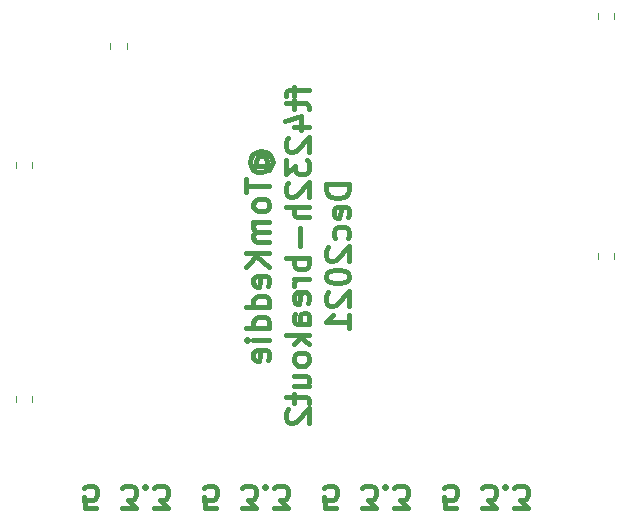
<source format=gbr>
G04 #@! TF.GenerationSoftware,KiCad,Pcbnew,5.1.12-84ad8e8a86~92~ubuntu20.04.1*
G04 #@! TF.CreationDate,2021-12-19T18:17:29-08:00*
G04 #@! TF.ProjectId,ft4232h-breakout,66743432-3332-4682-9d62-7265616b6f75,Jun2021b*
G04 #@! TF.SameCoordinates,Original*
G04 #@! TF.FileFunction,Legend,Bot*
G04 #@! TF.FilePolarity,Positive*
%FSLAX46Y46*%
G04 Gerber Fmt 4.6, Leading zero omitted, Abs format (unit mm)*
G04 Created by KiCad (PCBNEW 5.1.12-84ad8e8a86~92~ubuntu20.04.1) date 2021-12-19 18:17:29*
%MOMM*%
%LPD*%
G01*
G04 APERTURE LIST*
%ADD10C,0.400000*%
%ADD11C,0.120000*%
G04 APERTURE END LIST*
D10*
X94977380Y-99108571D02*
X94882142Y-99013333D01*
X94786904Y-98822857D01*
X94786904Y-98632380D01*
X94882142Y-98441904D01*
X94977380Y-98346666D01*
X95167857Y-98251428D01*
X95358333Y-98251428D01*
X95548809Y-98346666D01*
X95644047Y-98441904D01*
X95739285Y-98632380D01*
X95739285Y-98822857D01*
X95644047Y-99013333D01*
X95548809Y-99108571D01*
X94786904Y-99108571D02*
X95548809Y-99108571D01*
X95644047Y-99203809D01*
X95644047Y-99299047D01*
X95548809Y-99489523D01*
X95358333Y-99584761D01*
X94882142Y-99584761D01*
X94596428Y-99394285D01*
X94405952Y-99108571D01*
X94310714Y-98727619D01*
X94405952Y-98346666D01*
X94596428Y-98060952D01*
X94882142Y-97870476D01*
X95263095Y-97775238D01*
X95644047Y-97870476D01*
X95929761Y-98060952D01*
X96120238Y-98346666D01*
X96215476Y-98727619D01*
X96120238Y-99108571D01*
X95929761Y-99394285D01*
X93929761Y-100156190D02*
X93929761Y-101299047D01*
X95929761Y-100727619D02*
X93929761Y-100727619D01*
X95929761Y-102251428D02*
X95834523Y-102060952D01*
X95739285Y-101965714D01*
X95548809Y-101870476D01*
X94977380Y-101870476D01*
X94786904Y-101965714D01*
X94691666Y-102060952D01*
X94596428Y-102251428D01*
X94596428Y-102537142D01*
X94691666Y-102727619D01*
X94786904Y-102822857D01*
X94977380Y-102918095D01*
X95548809Y-102918095D01*
X95739285Y-102822857D01*
X95834523Y-102727619D01*
X95929761Y-102537142D01*
X95929761Y-102251428D01*
X95929761Y-103775238D02*
X94596428Y-103775238D01*
X94786904Y-103775238D02*
X94691666Y-103870476D01*
X94596428Y-104060952D01*
X94596428Y-104346666D01*
X94691666Y-104537142D01*
X94882142Y-104632380D01*
X95929761Y-104632380D01*
X94882142Y-104632380D02*
X94691666Y-104727619D01*
X94596428Y-104918095D01*
X94596428Y-105203809D01*
X94691666Y-105394285D01*
X94882142Y-105489523D01*
X95929761Y-105489523D01*
X95929761Y-106441904D02*
X93929761Y-106441904D01*
X95929761Y-107584761D02*
X94786904Y-106727619D01*
X93929761Y-107584761D02*
X95072619Y-106441904D01*
X95834523Y-109203809D02*
X95929761Y-109013333D01*
X95929761Y-108632380D01*
X95834523Y-108441904D01*
X95644047Y-108346666D01*
X94882142Y-108346666D01*
X94691666Y-108441904D01*
X94596428Y-108632380D01*
X94596428Y-109013333D01*
X94691666Y-109203809D01*
X94882142Y-109299047D01*
X95072619Y-109299047D01*
X95263095Y-108346666D01*
X95929761Y-111013333D02*
X93929761Y-111013333D01*
X95834523Y-111013333D02*
X95929761Y-110822857D01*
X95929761Y-110441904D01*
X95834523Y-110251428D01*
X95739285Y-110156190D01*
X95548809Y-110060952D01*
X94977380Y-110060952D01*
X94786904Y-110156190D01*
X94691666Y-110251428D01*
X94596428Y-110441904D01*
X94596428Y-110822857D01*
X94691666Y-111013333D01*
X95929761Y-112822857D02*
X93929761Y-112822857D01*
X95834523Y-112822857D02*
X95929761Y-112632380D01*
X95929761Y-112251428D01*
X95834523Y-112060952D01*
X95739285Y-111965714D01*
X95548809Y-111870476D01*
X94977380Y-111870476D01*
X94786904Y-111965714D01*
X94691666Y-112060952D01*
X94596428Y-112251428D01*
X94596428Y-112632380D01*
X94691666Y-112822857D01*
X95929761Y-113775238D02*
X94596428Y-113775238D01*
X93929761Y-113775238D02*
X94025000Y-113680000D01*
X94120238Y-113775238D01*
X94025000Y-113870476D01*
X93929761Y-113775238D01*
X94120238Y-113775238D01*
X95834523Y-115489523D02*
X95929761Y-115299047D01*
X95929761Y-114918095D01*
X95834523Y-114727619D01*
X95644047Y-114632380D01*
X94882142Y-114632380D01*
X94691666Y-114727619D01*
X94596428Y-114918095D01*
X94596428Y-115299047D01*
X94691666Y-115489523D01*
X94882142Y-115584761D01*
X95072619Y-115584761D01*
X95263095Y-114632380D01*
X97996428Y-92346666D02*
X97996428Y-93108571D01*
X99329761Y-92632380D02*
X97615476Y-92632380D01*
X97425000Y-92727619D01*
X97329761Y-92918095D01*
X97329761Y-93108571D01*
X97996428Y-93489523D02*
X97996428Y-94251428D01*
X97329761Y-93775238D02*
X99044047Y-93775238D01*
X99234523Y-93870476D01*
X99329761Y-94060952D01*
X99329761Y-94251428D01*
X97996428Y-95775238D02*
X99329761Y-95775238D01*
X97234523Y-95299047D02*
X98663095Y-94822857D01*
X98663095Y-96060952D01*
X97520238Y-96727619D02*
X97425000Y-96822857D01*
X97329761Y-97013333D01*
X97329761Y-97489523D01*
X97425000Y-97679999D01*
X97520238Y-97775238D01*
X97710714Y-97870476D01*
X97901190Y-97870476D01*
X98186904Y-97775238D01*
X99329761Y-96632380D01*
X99329761Y-97870476D01*
X97329761Y-98537142D02*
X97329761Y-99775238D01*
X98091666Y-99108571D01*
X98091666Y-99394285D01*
X98186904Y-99584761D01*
X98282142Y-99679999D01*
X98472619Y-99775238D01*
X98948809Y-99775238D01*
X99139285Y-99679999D01*
X99234523Y-99584761D01*
X99329761Y-99394285D01*
X99329761Y-98822857D01*
X99234523Y-98632380D01*
X99139285Y-98537142D01*
X97520238Y-100537142D02*
X97425000Y-100632380D01*
X97329761Y-100822857D01*
X97329761Y-101299047D01*
X97425000Y-101489523D01*
X97520238Y-101584761D01*
X97710714Y-101679999D01*
X97901190Y-101679999D01*
X98186904Y-101584761D01*
X99329761Y-100441904D01*
X99329761Y-101679999D01*
X99329761Y-102537142D02*
X97329761Y-102537142D01*
X99329761Y-103394285D02*
X98282142Y-103394285D01*
X98091666Y-103299047D01*
X97996428Y-103108571D01*
X97996428Y-102822857D01*
X98091666Y-102632380D01*
X98186904Y-102537142D01*
X98567857Y-104346666D02*
X98567857Y-105870476D01*
X99329761Y-106822857D02*
X97329761Y-106822857D01*
X98091666Y-106822857D02*
X97996428Y-107013333D01*
X97996428Y-107394285D01*
X98091666Y-107584761D01*
X98186904Y-107679999D01*
X98377380Y-107775238D01*
X98948809Y-107775238D01*
X99139285Y-107679999D01*
X99234523Y-107584761D01*
X99329761Y-107394285D01*
X99329761Y-107013333D01*
X99234523Y-106822857D01*
X99329761Y-108632380D02*
X97996428Y-108632380D01*
X98377380Y-108632380D02*
X98186904Y-108727619D01*
X98091666Y-108822857D01*
X97996428Y-109013333D01*
X97996428Y-109203809D01*
X99234523Y-110632380D02*
X99329761Y-110441904D01*
X99329761Y-110060952D01*
X99234523Y-109870476D01*
X99044047Y-109775238D01*
X98282142Y-109775238D01*
X98091666Y-109870476D01*
X97996428Y-110060952D01*
X97996428Y-110441904D01*
X98091666Y-110632380D01*
X98282142Y-110727619D01*
X98472619Y-110727619D01*
X98663095Y-109775238D01*
X99329761Y-112441904D02*
X98282142Y-112441904D01*
X98091666Y-112346666D01*
X97996428Y-112156190D01*
X97996428Y-111775238D01*
X98091666Y-111584761D01*
X99234523Y-112441904D02*
X99329761Y-112251428D01*
X99329761Y-111775238D01*
X99234523Y-111584761D01*
X99044047Y-111489523D01*
X98853571Y-111489523D01*
X98663095Y-111584761D01*
X98567857Y-111775238D01*
X98567857Y-112251428D01*
X98472619Y-112441904D01*
X99329761Y-113394285D02*
X97329761Y-113394285D01*
X98567857Y-113584761D02*
X99329761Y-114156190D01*
X97996428Y-114156190D02*
X98758333Y-113394285D01*
X99329761Y-115299047D02*
X99234523Y-115108571D01*
X99139285Y-115013333D01*
X98948809Y-114918095D01*
X98377380Y-114918095D01*
X98186904Y-115013333D01*
X98091666Y-115108571D01*
X97996428Y-115299047D01*
X97996428Y-115584761D01*
X98091666Y-115775238D01*
X98186904Y-115870476D01*
X98377380Y-115965714D01*
X98948809Y-115965714D01*
X99139285Y-115870476D01*
X99234523Y-115775238D01*
X99329761Y-115584761D01*
X99329761Y-115299047D01*
X97996428Y-117679999D02*
X99329761Y-117679999D01*
X97996428Y-116822857D02*
X99044047Y-116822857D01*
X99234523Y-116918095D01*
X99329761Y-117108571D01*
X99329761Y-117394285D01*
X99234523Y-117584761D01*
X99139285Y-117679999D01*
X97996428Y-118346666D02*
X97996428Y-119108571D01*
X97329761Y-118632380D02*
X99044047Y-118632380D01*
X99234523Y-118727619D01*
X99329761Y-118918095D01*
X99329761Y-119108571D01*
X97520238Y-119679999D02*
X97425000Y-119775238D01*
X97329761Y-119965714D01*
X97329761Y-120441904D01*
X97425000Y-120632380D01*
X97520238Y-120727619D01*
X97710714Y-120822857D01*
X97901190Y-120822857D01*
X98186904Y-120727619D01*
X99329761Y-119584761D01*
X99329761Y-120822857D01*
X102729761Y-100632380D02*
X100729761Y-100632380D01*
X100729761Y-101108571D01*
X100825000Y-101394285D01*
X101015476Y-101584761D01*
X101205952Y-101680000D01*
X101586904Y-101775238D01*
X101872619Y-101775238D01*
X102253571Y-101680000D01*
X102444047Y-101584761D01*
X102634523Y-101394285D01*
X102729761Y-101108571D01*
X102729761Y-100632380D01*
X102634523Y-103394285D02*
X102729761Y-103203809D01*
X102729761Y-102822857D01*
X102634523Y-102632380D01*
X102444047Y-102537142D01*
X101682142Y-102537142D01*
X101491666Y-102632380D01*
X101396428Y-102822857D01*
X101396428Y-103203809D01*
X101491666Y-103394285D01*
X101682142Y-103489523D01*
X101872619Y-103489523D01*
X102063095Y-102537142D01*
X102634523Y-105203809D02*
X102729761Y-105013333D01*
X102729761Y-104632380D01*
X102634523Y-104441904D01*
X102539285Y-104346666D01*
X102348809Y-104251428D01*
X101777380Y-104251428D01*
X101586904Y-104346666D01*
X101491666Y-104441904D01*
X101396428Y-104632380D01*
X101396428Y-105013333D01*
X101491666Y-105203809D01*
X100920238Y-105965714D02*
X100825000Y-106060952D01*
X100729761Y-106251428D01*
X100729761Y-106727619D01*
X100825000Y-106918095D01*
X100920238Y-107013333D01*
X101110714Y-107108571D01*
X101301190Y-107108571D01*
X101586904Y-107013333D01*
X102729761Y-105870476D01*
X102729761Y-107108571D01*
X100729761Y-108346666D02*
X100729761Y-108537142D01*
X100825000Y-108727619D01*
X100920238Y-108822857D01*
X101110714Y-108918095D01*
X101491666Y-109013333D01*
X101967857Y-109013333D01*
X102348809Y-108918095D01*
X102539285Y-108822857D01*
X102634523Y-108727619D01*
X102729761Y-108537142D01*
X102729761Y-108346666D01*
X102634523Y-108156190D01*
X102539285Y-108060952D01*
X102348809Y-107965714D01*
X101967857Y-107870476D01*
X101491666Y-107870476D01*
X101110714Y-107965714D01*
X100920238Y-108060952D01*
X100825000Y-108156190D01*
X100729761Y-108346666D01*
X100920238Y-109775238D02*
X100825000Y-109870476D01*
X100729761Y-110060952D01*
X100729761Y-110537142D01*
X100825000Y-110727619D01*
X100920238Y-110822857D01*
X101110714Y-110918095D01*
X101301190Y-110918095D01*
X101586904Y-110822857D01*
X102729761Y-109680000D01*
X102729761Y-110918095D01*
X102729761Y-112822857D02*
X102729761Y-111680000D01*
X102729761Y-112251428D02*
X100729761Y-112251428D01*
X101015476Y-112060952D01*
X101205952Y-111870476D01*
X101301190Y-111680000D01*
X111766666Y-128040476D02*
X110861904Y-128040476D01*
X110771428Y-127135714D01*
X110861904Y-127226190D01*
X111042857Y-127316666D01*
X111495238Y-127316666D01*
X111676190Y-127226190D01*
X111766666Y-127135714D01*
X111857142Y-126954761D01*
X111857142Y-126502380D01*
X111766666Y-126321428D01*
X111676190Y-126230952D01*
X111495238Y-126140476D01*
X111042857Y-126140476D01*
X110861904Y-126230952D01*
X110771428Y-126321428D01*
X113938095Y-128040476D02*
X115114285Y-128040476D01*
X114480952Y-127316666D01*
X114752380Y-127316666D01*
X114933333Y-127226190D01*
X115023809Y-127135714D01*
X115114285Y-126954761D01*
X115114285Y-126502380D01*
X115023809Y-126321428D01*
X114933333Y-126230952D01*
X114752380Y-126140476D01*
X114209523Y-126140476D01*
X114028571Y-126230952D01*
X113938095Y-126321428D01*
X115928571Y-126321428D02*
X116019047Y-126230952D01*
X115928571Y-126140476D01*
X115838095Y-126230952D01*
X115928571Y-126321428D01*
X115928571Y-126140476D01*
X116652380Y-128040476D02*
X117828571Y-128040476D01*
X117195238Y-127316666D01*
X117466666Y-127316666D01*
X117647619Y-127226190D01*
X117738095Y-127135714D01*
X117828571Y-126954761D01*
X117828571Y-126502380D01*
X117738095Y-126321428D01*
X117647619Y-126230952D01*
X117466666Y-126140476D01*
X116923809Y-126140476D01*
X116742857Y-126230952D01*
X116652380Y-126321428D01*
X101606666Y-128040476D02*
X100701904Y-128040476D01*
X100611428Y-127135714D01*
X100701904Y-127226190D01*
X100882857Y-127316666D01*
X101335238Y-127316666D01*
X101516190Y-127226190D01*
X101606666Y-127135714D01*
X101697142Y-126954761D01*
X101697142Y-126502380D01*
X101606666Y-126321428D01*
X101516190Y-126230952D01*
X101335238Y-126140476D01*
X100882857Y-126140476D01*
X100701904Y-126230952D01*
X100611428Y-126321428D01*
X103778095Y-128040476D02*
X104954285Y-128040476D01*
X104320952Y-127316666D01*
X104592380Y-127316666D01*
X104773333Y-127226190D01*
X104863809Y-127135714D01*
X104954285Y-126954761D01*
X104954285Y-126502380D01*
X104863809Y-126321428D01*
X104773333Y-126230952D01*
X104592380Y-126140476D01*
X104049523Y-126140476D01*
X103868571Y-126230952D01*
X103778095Y-126321428D01*
X105768571Y-126321428D02*
X105859047Y-126230952D01*
X105768571Y-126140476D01*
X105678095Y-126230952D01*
X105768571Y-126321428D01*
X105768571Y-126140476D01*
X106492380Y-128040476D02*
X107668571Y-128040476D01*
X107035238Y-127316666D01*
X107306666Y-127316666D01*
X107487619Y-127226190D01*
X107578095Y-127135714D01*
X107668571Y-126954761D01*
X107668571Y-126502380D01*
X107578095Y-126321428D01*
X107487619Y-126230952D01*
X107306666Y-126140476D01*
X106763809Y-126140476D01*
X106582857Y-126230952D01*
X106492380Y-126321428D01*
X91446666Y-128040476D02*
X90541904Y-128040476D01*
X90451428Y-127135714D01*
X90541904Y-127226190D01*
X90722857Y-127316666D01*
X91175238Y-127316666D01*
X91356190Y-127226190D01*
X91446666Y-127135714D01*
X91537142Y-126954761D01*
X91537142Y-126502380D01*
X91446666Y-126321428D01*
X91356190Y-126230952D01*
X91175238Y-126140476D01*
X90722857Y-126140476D01*
X90541904Y-126230952D01*
X90451428Y-126321428D01*
X93618095Y-128040476D02*
X94794285Y-128040476D01*
X94160952Y-127316666D01*
X94432380Y-127316666D01*
X94613333Y-127226190D01*
X94703809Y-127135714D01*
X94794285Y-126954761D01*
X94794285Y-126502380D01*
X94703809Y-126321428D01*
X94613333Y-126230952D01*
X94432380Y-126140476D01*
X93889523Y-126140476D01*
X93708571Y-126230952D01*
X93618095Y-126321428D01*
X95608571Y-126321428D02*
X95699047Y-126230952D01*
X95608571Y-126140476D01*
X95518095Y-126230952D01*
X95608571Y-126321428D01*
X95608571Y-126140476D01*
X96332380Y-128040476D02*
X97508571Y-128040476D01*
X96875238Y-127316666D01*
X97146666Y-127316666D01*
X97327619Y-127226190D01*
X97418095Y-127135714D01*
X97508571Y-126954761D01*
X97508571Y-126502380D01*
X97418095Y-126321428D01*
X97327619Y-126230952D01*
X97146666Y-126140476D01*
X96603809Y-126140476D01*
X96422857Y-126230952D01*
X96332380Y-126321428D01*
X81286666Y-128040476D02*
X80381904Y-128040476D01*
X80291428Y-127135714D01*
X80381904Y-127226190D01*
X80562857Y-127316666D01*
X81015238Y-127316666D01*
X81196190Y-127226190D01*
X81286666Y-127135714D01*
X81377142Y-126954761D01*
X81377142Y-126502380D01*
X81286666Y-126321428D01*
X81196190Y-126230952D01*
X81015238Y-126140476D01*
X80562857Y-126140476D01*
X80381904Y-126230952D01*
X80291428Y-126321428D01*
X83458095Y-128040476D02*
X84634285Y-128040476D01*
X84000952Y-127316666D01*
X84272380Y-127316666D01*
X84453333Y-127226190D01*
X84543809Y-127135714D01*
X84634285Y-126954761D01*
X84634285Y-126502380D01*
X84543809Y-126321428D01*
X84453333Y-126230952D01*
X84272380Y-126140476D01*
X83729523Y-126140476D01*
X83548571Y-126230952D01*
X83458095Y-126321428D01*
X85448571Y-126321428D02*
X85539047Y-126230952D01*
X85448571Y-126140476D01*
X85358095Y-126230952D01*
X85448571Y-126321428D01*
X85448571Y-126140476D01*
X86172380Y-128040476D02*
X87348571Y-128040476D01*
X86715238Y-127316666D01*
X86986666Y-127316666D01*
X87167619Y-127226190D01*
X87258095Y-127135714D01*
X87348571Y-126954761D01*
X87348571Y-126502380D01*
X87258095Y-126321428D01*
X87167619Y-126230952D01*
X86986666Y-126140476D01*
X86443809Y-126140476D01*
X86262857Y-126230952D01*
X86172380Y-126321428D01*
D11*
G04 #@! TO.C,C5*
X75894000Y-98722922D02*
X75894000Y-99240078D01*
X74474000Y-98722922D02*
X74474000Y-99240078D01*
G04 #@! TO.C,C4*
X75894000Y-118534922D02*
X75894000Y-119052078D01*
X74474000Y-118534922D02*
X74474000Y-119052078D01*
G04 #@! TO.C,C6*
X123750000Y-86618578D02*
X123750000Y-86101422D01*
X125170000Y-86618578D02*
X125170000Y-86101422D01*
G04 #@! TO.C,C3*
X123750000Y-106938578D02*
X123750000Y-106421422D01*
X125170000Y-106938578D02*
X125170000Y-106421422D01*
G04 #@! TO.C,C2*
X83895000Y-88641422D02*
X83895000Y-89158578D01*
X82475000Y-88641422D02*
X82475000Y-89158578D01*
G04 #@! TD*
M02*

</source>
